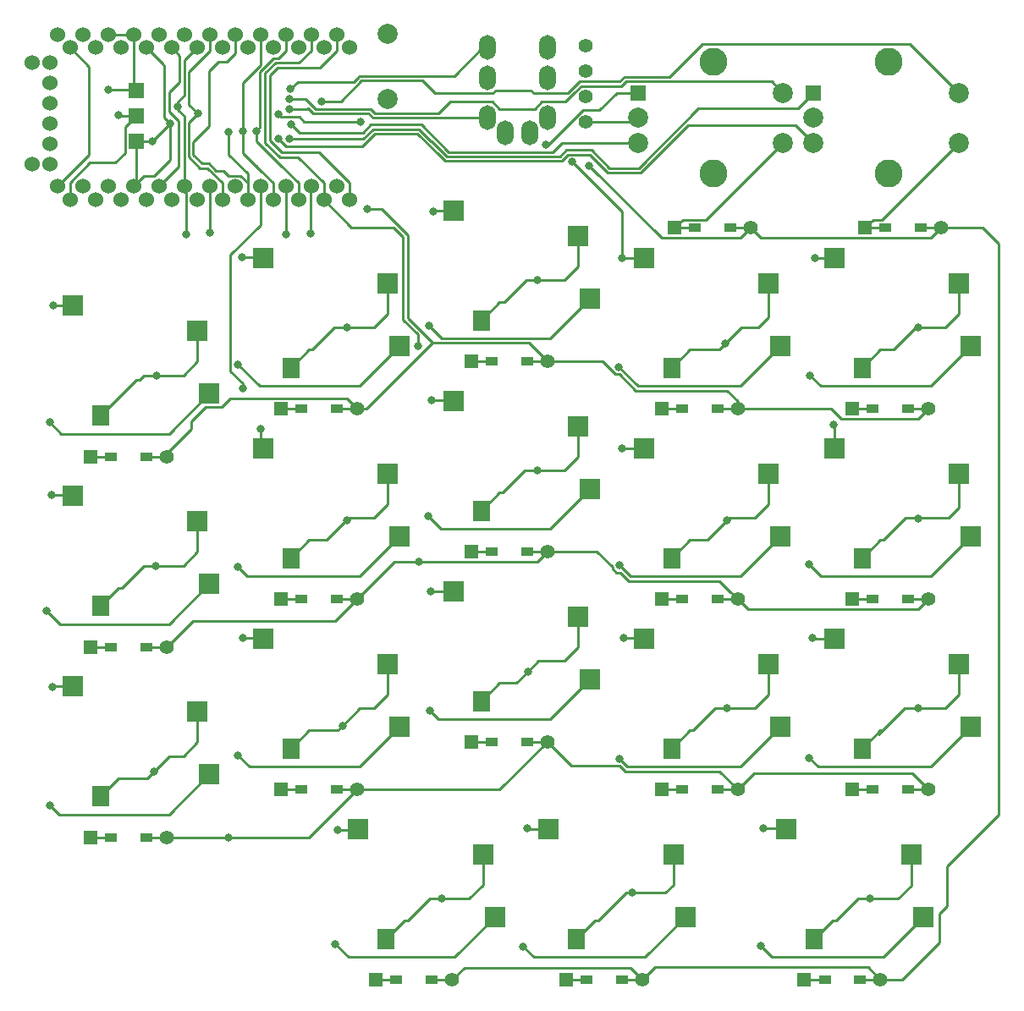
<source format=gtl>
G04 #@! TF.GenerationSoftware,KiCad,Pcbnew,(5.1.6-0-10_14)*
G04 #@! TF.CreationDate,2022-08-07T23:17:33+09:00*
G04 #@! TF.ProjectId,cool536,636f6f6c-3533-4362-9e6b-696361645f70,rev?*
G04 #@! TF.SameCoordinates,Original*
G04 #@! TF.FileFunction,Copper,L1,Top*
G04 #@! TF.FilePolarity,Positive*
%FSLAX46Y46*%
G04 Gerber Fmt 4.6, Leading zero omitted, Abs format (unit mm)*
G04 Created by KiCad (PCBNEW (5.1.6-0-10_14)) date 2022-08-07 23:17:33*
%MOMM*%
%LPD*%
G01*
G04 APERTURE LIST*
G04 #@! TA.AperFunction,WasherPad*
%ADD10C,1.524000*%
G04 #@! TD*
G04 #@! TA.AperFunction,SMDPad,CuDef*
%ADD11R,2.000000X2.000000*%
G04 #@! TD*
G04 #@! TA.AperFunction,SMDPad,CuDef*
%ADD12R,1.800000X2.000000*%
G04 #@! TD*
G04 #@! TA.AperFunction,ComponentPad*
%ADD13C,2.000000*%
G04 #@! TD*
G04 #@! TA.AperFunction,ComponentPad*
%ADD14C,1.397000*%
G04 #@! TD*
G04 #@! TA.AperFunction,ComponentPad*
%ADD15R,1.397000X1.397000*%
G04 #@! TD*
G04 #@! TA.AperFunction,SMDPad,CuDef*
%ADD16R,1.300000X0.950000*%
G04 #@! TD*
G04 #@! TA.AperFunction,ComponentPad*
%ADD17O,1.700000X2.500000*%
G04 #@! TD*
G04 #@! TA.AperFunction,ComponentPad*
%ADD18R,1.500000X1.500000*%
G04 #@! TD*
G04 #@! TA.AperFunction,ComponentPad*
%ADD19C,2.800000*%
G04 #@! TD*
G04 #@! TA.AperFunction,SMDPad,CuDef*
%ADD20R,1.524000X1.524000*%
G04 #@! TD*
G04 #@! TA.AperFunction,ComponentPad*
%ADD21C,1.524000*%
G04 #@! TD*
G04 #@! TA.AperFunction,ViaPad*
%ADD22C,0.800000*%
G04 #@! TD*
G04 #@! TA.AperFunction,Conductor*
%ADD23C,0.250000*%
G04 #@! TD*
G04 APERTURE END LIST*
D10*
X39906800Y-38910000D03*
X39906800Y-49070000D03*
X41710000Y-38910000D03*
X41710000Y-40942000D03*
X41710000Y-42974000D03*
X41710000Y-45006000D03*
X41710000Y-47038000D03*
X41710000Y-49070000D03*
D11*
X95750000Y-100570000D03*
D12*
X84850000Y-102770000D03*
D11*
X94550000Y-94330000D03*
X82050000Y-91790000D03*
X43950000Y-82265000D03*
X56450000Y-84805000D03*
D12*
X46750000Y-93245000D03*
D11*
X57650000Y-91045000D03*
X76700000Y-86282500D03*
D12*
X65800000Y-88482500D03*
D11*
X75500000Y-80042500D03*
X63000000Y-77502500D03*
D13*
X75460000Y-36040000D03*
X75460000Y-42540000D03*
D14*
X72410000Y-73532499D03*
D15*
X64790000Y-73532499D03*
D16*
X66825000Y-73532499D03*
X70375000Y-73532499D03*
D17*
X87250000Y-45870000D03*
X91450000Y-44370000D03*
X91450000Y-40370000D03*
X91450000Y-37370000D03*
X85500000Y-40370000D03*
X85500000Y-37370000D03*
X89700000Y-45870000D03*
X85500000Y-44370000D03*
D11*
X114800000Y-86282500D03*
D12*
X103900000Y-88482500D03*
D11*
X113600000Y-80042500D03*
X101100000Y-77502500D03*
X91575000Y-115602500D03*
X104075000Y-118142500D03*
D12*
X94375000Y-126582500D03*
D11*
X105275000Y-124382500D03*
X72525000Y-115602500D03*
X85025000Y-118142500D03*
D12*
X75325000Y-126582500D03*
D11*
X86225000Y-124382500D03*
X133850000Y-105332500D03*
D12*
X122950000Y-107532500D03*
D11*
X132650000Y-99092500D03*
X120150000Y-96552500D03*
X133850000Y-67232499D03*
D12*
X122950000Y-69432499D03*
D11*
X132650000Y-60992499D03*
X120150000Y-58452499D03*
X63000000Y-96552500D03*
X75500000Y-99092500D03*
D12*
X65800000Y-107532500D03*
D11*
X76700000Y-105332500D03*
X114800000Y-105332500D03*
D12*
X103900000Y-107532500D03*
D11*
X113600000Y-99092500D03*
X101100000Y-96552500D03*
X133850000Y-86282500D03*
D12*
X122950000Y-88482500D03*
D11*
X132650000Y-80042500D03*
X120150000Y-77502500D03*
X57650000Y-110095000D03*
D12*
X46750000Y-112295000D03*
D11*
X56450000Y-103855000D03*
X43950000Y-101315000D03*
X95750000Y-81520000D03*
D12*
X84850000Y-83720000D03*
D11*
X94550000Y-75280000D03*
X82050000Y-72740000D03*
D14*
X110510000Y-92582500D03*
D15*
X102890000Y-92582500D03*
D16*
X104925000Y-92582500D03*
X108475000Y-92582500D03*
D14*
X129560000Y-92582500D03*
D15*
X121940000Y-92582500D03*
D16*
X123975000Y-92582500D03*
X127525000Y-92582500D03*
D14*
X100985000Y-130682500D03*
D15*
X93365000Y-130682500D03*
D16*
X95400000Y-130682500D03*
X98950000Y-130682500D03*
D14*
X124798000Y-130682500D03*
D15*
X117178000Y-130682500D03*
D16*
X119213000Y-130682500D03*
X122763000Y-130682500D03*
X109795000Y-55420000D03*
D14*
X111830000Y-55420000D03*
D15*
X104210000Y-55420000D03*
D16*
X106245000Y-55420000D03*
X128835000Y-55400000D03*
D14*
X130870000Y-55400000D03*
D15*
X123250000Y-55400000D03*
D16*
X125285000Y-55400000D03*
D18*
X118090000Y-41910000D03*
D13*
X118090000Y-44410000D03*
X118090000Y-46910000D03*
D19*
X125590000Y-38810000D03*
X125590000Y-50010000D03*
D13*
X132590000Y-41910000D03*
X132590000Y-46910000D03*
D18*
X100560000Y-41910000D03*
D13*
X100560000Y-44410000D03*
X100560000Y-46910000D03*
D19*
X108060000Y-38810000D03*
X108060000Y-50010000D03*
D13*
X115060000Y-41910000D03*
X115060000Y-46910000D03*
D14*
X53360000Y-116395000D03*
D15*
X45740000Y-116395000D03*
D16*
X47775000Y-116395000D03*
X51325000Y-116395000D03*
D20*
X50310000Y-41650000D03*
X50310000Y-44190000D03*
X50310000Y-46730000D03*
D14*
X91460000Y-68770000D03*
D15*
X83840000Y-68770000D03*
D16*
X85875000Y-68770000D03*
X89425000Y-68770000D03*
D14*
X110510000Y-73532499D03*
D15*
X102890000Y-73532499D03*
D16*
X104925000Y-73532499D03*
X108475000Y-73532499D03*
D14*
X53360000Y-97345000D03*
D15*
X45740000Y-97345000D03*
D16*
X47775000Y-97345000D03*
X51325000Y-97345000D03*
D14*
X129560000Y-73532499D03*
D15*
X121940000Y-73532499D03*
D16*
X123975000Y-73532499D03*
X127525000Y-73532499D03*
D14*
X91460000Y-87820000D03*
D15*
X83840000Y-87820000D03*
D16*
X85875000Y-87820000D03*
X89425000Y-87820000D03*
D14*
X72410000Y-92582500D03*
D15*
X64790000Y-92582500D03*
D16*
X66825000Y-92582500D03*
X70375000Y-92582500D03*
D14*
X72410000Y-111632500D03*
D15*
X64790000Y-111632500D03*
D16*
X66825000Y-111632500D03*
X70375000Y-111632500D03*
D14*
X91460000Y-106870000D03*
D15*
X83840000Y-106870000D03*
D16*
X85875000Y-106870000D03*
X89425000Y-106870000D03*
D14*
X110510000Y-111632500D03*
D15*
X102890000Y-111632500D03*
D16*
X104925000Y-111632500D03*
X108475000Y-111632500D03*
D14*
X129560000Y-111632500D03*
D15*
X121940000Y-111632500D03*
D16*
X123975000Y-111632500D03*
X127525000Y-111632500D03*
D14*
X81935000Y-130682500D03*
D15*
X74315000Y-130682500D03*
D16*
X76350000Y-130682500D03*
X79900000Y-130682500D03*
D14*
X95330000Y-44820000D03*
X95330000Y-42280000D03*
X95330000Y-39740000D03*
X95330000Y-37200000D03*
D21*
X43692000Y-37360000D03*
X46232000Y-37360000D03*
X48772000Y-37360000D03*
X51312000Y-37360000D03*
X53852000Y-37360000D03*
X56392000Y-37360000D03*
X58932000Y-37360000D03*
X61472000Y-37360000D03*
X64012000Y-37360000D03*
X66552000Y-37360000D03*
X69092000Y-37360000D03*
X71632000Y-37360000D03*
X71632000Y-52600000D03*
X69092000Y-52600000D03*
X66552000Y-52600000D03*
X64012000Y-52600000D03*
X61472000Y-52600000D03*
X58932000Y-52600000D03*
X56392000Y-52600000D03*
X53852000Y-52600000D03*
X51312000Y-52600000D03*
X48772000Y-52600000D03*
X46232000Y-52600000D03*
X43692000Y-52600000D03*
X42422000Y-36053600D03*
X44962000Y-36053600D03*
X47502000Y-36053600D03*
X50042000Y-36053600D03*
X52582000Y-36053600D03*
X55122000Y-36053600D03*
X57662000Y-36053600D03*
X60202000Y-36053600D03*
X62742000Y-36053600D03*
X65282000Y-36053600D03*
X67822000Y-36053600D03*
X70362000Y-36053600D03*
X70362000Y-51273600D03*
X67822000Y-51273600D03*
X65282000Y-51273600D03*
X62742000Y-51273600D03*
X60202000Y-51273600D03*
X57662000Y-51273600D03*
X55122000Y-51273600D03*
X52582000Y-51273600D03*
X50042000Y-51273600D03*
X47502000Y-51273600D03*
X44962000Y-51273600D03*
X42422000Y-51273600D03*
D14*
X53360000Y-78295000D03*
D15*
X45740000Y-78295000D03*
D16*
X47775000Y-78295000D03*
X51325000Y-78295000D03*
D11*
X129088000Y-124382500D03*
D12*
X118188000Y-126582500D03*
D11*
X127888000Y-118142500D03*
X115388000Y-115602500D03*
X63000000Y-58452499D03*
X75500000Y-60992499D03*
D12*
X65800000Y-69432499D03*
D11*
X76700000Y-67232499D03*
X82050000Y-53690000D03*
X94550000Y-56230000D03*
D12*
X84850000Y-64670000D03*
D11*
X95750000Y-62470000D03*
X101100000Y-58452499D03*
X113600000Y-60992499D03*
D12*
X103900000Y-69432499D03*
D11*
X114800000Y-67232499D03*
X43950000Y-63215000D03*
X56450000Y-65755000D03*
D12*
X46750000Y-74195000D03*
D11*
X57650000Y-71995000D03*
D22*
X52350001Y-70169999D03*
X71387498Y-65407498D03*
X90475001Y-60644999D03*
X109240000Y-67020000D03*
X128577498Y-65407498D03*
X52309999Y-89219999D03*
X71400000Y-84650000D03*
X90474999Y-79694999D03*
X109425000Y-84695000D03*
X128550000Y-84490000D03*
X52101999Y-109841999D03*
X70995749Y-105235749D03*
X89515000Y-99815000D03*
X109467499Y-103507499D03*
X128527499Y-103507499D03*
X80917499Y-122557499D03*
X99987501Y-121957501D03*
X123767499Y-122557499D03*
X73450000Y-53534990D03*
X78643501Y-88843501D03*
X78500000Y-67200000D03*
X60970000Y-71460000D03*
X59525000Y-116395000D03*
X95667158Y-49202842D03*
X53700000Y-44970000D03*
X65700102Y-43535359D03*
X51940000Y-46730000D03*
X47520000Y-41600000D03*
X65745552Y-41536497D03*
X48600000Y-44170000D03*
X64520000Y-44020000D03*
X72770000Y-44780000D03*
X91280000Y-47094980D03*
X56490000Y-43990000D03*
X65835858Y-45054142D03*
X59590000Y-45800000D03*
X54470000Y-43266990D03*
X41940000Y-101330000D03*
X41700000Y-74880000D03*
X55300000Y-56060000D03*
X41390000Y-93730000D03*
X41900000Y-82150000D03*
X65697833Y-42535360D03*
X42000000Y-63210000D03*
X41730000Y-113190000D03*
X65630000Y-46540000D03*
X60990000Y-45695000D03*
X64520000Y-46500000D03*
X62380000Y-45695000D03*
X68910000Y-42780000D03*
X60510000Y-89360000D03*
X60980000Y-96430000D03*
X60950000Y-58380000D03*
X60510000Y-108180000D03*
X57710000Y-55885010D03*
X60490000Y-69080000D03*
X62780000Y-75530000D03*
X70220000Y-127080000D03*
X79550000Y-84250000D03*
X79810000Y-91790000D03*
X79700000Y-103740000D03*
X65280000Y-56100000D03*
X80070000Y-53740000D03*
X70450000Y-115660000D03*
X79610000Y-65240000D03*
X79910000Y-72670000D03*
X117750000Y-70210000D03*
X67790000Y-55960000D03*
X117620000Y-89120000D03*
X113070000Y-115480000D03*
X112830000Y-127280000D03*
X117670000Y-108450000D03*
X118262499Y-58452499D03*
X117960000Y-96450000D03*
X120140000Y-75100000D03*
X93905000Y-48815000D03*
X89470000Y-115510000D03*
X99100000Y-96470000D03*
X98710000Y-89200000D03*
X98952500Y-77502500D03*
X98640000Y-108520000D03*
X98900000Y-58420000D03*
X98590000Y-69330000D03*
X89050000Y-127360000D03*
D23*
X47775000Y-78295000D02*
X45740000Y-78295000D01*
X50666001Y-70620001D02*
X50324999Y-70620001D01*
X56450000Y-68782002D02*
X55062003Y-70169999D01*
X51116003Y-70169999D02*
X50666001Y-70620001D01*
X56450000Y-65755000D02*
X56450000Y-68782002D01*
X50324999Y-70620001D02*
X46750000Y-74195000D01*
X52350001Y-70169999D02*
X51116003Y-70169999D01*
X55062003Y-70169999D02*
X52350001Y-70169999D01*
X66825000Y-73532499D02*
X64790000Y-73532499D01*
X70166003Y-65407498D02*
X67966003Y-67607498D01*
X67625001Y-67607498D02*
X65800000Y-69432499D01*
X67966003Y-67607498D02*
X67625001Y-67607498D01*
X71387498Y-65407498D02*
X70166003Y-65407498D01*
X74112003Y-65407498D02*
X71387498Y-65407498D01*
X75500000Y-64019501D02*
X74112003Y-65407498D01*
X75500000Y-60992499D02*
X75500000Y-64019501D01*
X89355001Y-60644999D02*
X87155001Y-62844999D01*
X94550000Y-59257002D02*
X93162003Y-60644999D01*
X85875000Y-68770000D02*
X83840000Y-68770000D01*
X86675001Y-62844999D02*
X84850000Y-64670000D01*
X87155001Y-62844999D02*
X86675001Y-62844999D01*
X94550000Y-56230000D02*
X94550000Y-59257002D01*
X93162003Y-60644999D02*
X90475001Y-60644999D01*
X90475001Y-60644999D02*
X89355001Y-60644999D01*
X104925000Y-73532499D02*
X102890000Y-73532499D01*
X109240000Y-67020000D02*
X108652502Y-67607498D01*
X110852502Y-65407498D02*
X109240000Y-67020000D01*
X112576001Y-65407498D02*
X110852502Y-65407498D01*
X105725001Y-67607498D02*
X103900000Y-69432499D01*
X113600000Y-60992499D02*
X113600000Y-64383499D01*
X113600000Y-64383499D02*
X112576001Y-65407498D01*
X108652502Y-67607498D02*
X105725001Y-67607498D01*
X131262003Y-65407498D02*
X128577498Y-65407498D01*
X128577498Y-65407498D02*
X128272502Y-65407498D01*
X123975000Y-73532499D02*
X121940000Y-73532499D01*
X132650000Y-64019501D02*
X131262003Y-65407498D01*
X128272502Y-65407498D02*
X126072502Y-67607498D01*
X124775001Y-67607498D02*
X122950000Y-69432499D01*
X126072502Y-67607498D02*
X124775001Y-67607498D01*
X132650000Y-60992499D02*
X132650000Y-64019501D01*
X47775000Y-97345000D02*
X45740000Y-97345000D01*
X55062003Y-89219999D02*
X52309999Y-89219999D01*
X52309999Y-89219999D02*
X51116003Y-89219999D01*
X48916003Y-91419999D02*
X48575001Y-91419999D01*
X56450000Y-84805000D02*
X56450000Y-87832002D01*
X48575001Y-91419999D02*
X46750000Y-93245000D01*
X56450000Y-87832002D02*
X55062003Y-89219999D01*
X51116003Y-89219999D02*
X48916003Y-91419999D01*
X74112003Y-84457499D02*
X71582501Y-84457499D01*
X67625001Y-86657499D02*
X65800000Y-88482500D01*
X75500000Y-80042500D02*
X75500000Y-83069502D01*
X71582501Y-84457499D02*
X69382501Y-86657499D01*
X75500000Y-83069502D02*
X74112003Y-84457499D01*
X69382501Y-86657499D02*
X67625001Y-86657499D01*
X66825000Y-92582500D02*
X64790000Y-92582500D01*
X85875000Y-87820000D02*
X83840000Y-87820000D01*
X90474999Y-79694999D02*
X89216003Y-79694999D01*
X93162003Y-79694999D02*
X90474999Y-79694999D01*
X94550000Y-75280000D02*
X94550000Y-78307002D01*
X89216003Y-79694999D02*
X87016003Y-81894999D01*
X86675001Y-81894999D02*
X84850000Y-83720000D01*
X87016003Y-81894999D02*
X86675001Y-81894999D01*
X94550000Y-78307002D02*
X93162003Y-79694999D01*
X109425000Y-84695000D02*
X107462501Y-86657499D01*
X109662501Y-84457499D02*
X109425000Y-84695000D01*
X107462501Y-86657499D02*
X105725001Y-86657499D01*
X112212003Y-84457499D02*
X109662501Y-84457499D01*
X113600000Y-80042500D02*
X113600000Y-83069502D01*
X105725001Y-86657499D02*
X103900000Y-88482500D01*
X113600000Y-83069502D02*
X112212003Y-84457499D01*
X104925000Y-92582500D02*
X102890000Y-92582500D01*
X131626001Y-84457499D02*
X127316003Y-84457499D01*
X125116003Y-86657499D02*
X124775001Y-86657499D01*
X124775001Y-86657499D02*
X122950000Y-88482500D01*
X132650000Y-83433500D02*
X131626001Y-84457499D01*
X127316003Y-84457499D02*
X125116003Y-86657499D01*
X132650000Y-80042500D02*
X132650000Y-83433500D01*
X121940000Y-92582500D02*
X123975000Y-92582500D01*
X51473999Y-110469999D02*
X48575001Y-110469999D01*
X55062003Y-108269999D02*
X53673999Y-108269999D01*
X48575001Y-110469999D02*
X46750000Y-112295000D01*
X56450000Y-106882002D02*
X55062003Y-108269999D01*
X56450000Y-103855000D02*
X56450000Y-106882002D01*
X52101999Y-109841999D02*
X51473999Y-110469999D01*
X53673999Y-108269999D02*
X52101999Y-109841999D01*
X45740000Y-116395000D02*
X47775000Y-116395000D01*
X66825000Y-111632500D02*
X64790000Y-111632500D01*
X75500000Y-99092500D02*
X75500000Y-102119502D01*
X74112003Y-103507499D02*
X72723999Y-103507499D01*
X67625001Y-105707499D02*
X65800000Y-107532500D01*
X70523999Y-105707499D02*
X67625001Y-105707499D01*
X75500000Y-102119502D02*
X74112003Y-103507499D01*
X72723999Y-103507499D02*
X70995749Y-105235749D01*
X70995749Y-105235749D02*
X70523999Y-105707499D01*
X90585001Y-98744999D02*
X89515000Y-99815000D01*
X89515000Y-99815000D02*
X88385001Y-100944999D01*
X86675001Y-100944999D02*
X84850000Y-102770000D01*
X88385001Y-100944999D02*
X86675001Y-100944999D01*
X94550000Y-94330000D02*
X94550000Y-97357002D01*
X93162003Y-98744999D02*
X90585001Y-98744999D01*
X85875000Y-106870000D02*
X83840000Y-106870000D01*
X94550000Y-97357002D02*
X93162003Y-98744999D01*
X109467499Y-103507499D02*
X108266003Y-103507499D01*
X112212003Y-103507499D02*
X109467499Y-103507499D01*
X104925000Y-111632500D02*
X102890000Y-111632500D01*
X113600000Y-99092500D02*
X113600000Y-102119502D01*
X106066003Y-105707499D02*
X105725001Y-105707499D01*
X108266003Y-103507499D02*
X106066003Y-105707499D01*
X113600000Y-102119502D02*
X112212003Y-103507499D01*
X105725001Y-105707499D02*
X103900000Y-107532500D01*
X131262003Y-103507499D02*
X128527499Y-103507499D01*
X128527499Y-103507499D02*
X127202501Y-103507499D01*
X123975000Y-111632500D02*
X121940000Y-111632500D01*
X124775001Y-105707499D02*
X125002501Y-105707499D01*
X125002501Y-105707499D02*
X127202501Y-103507499D01*
X122950000Y-107532500D02*
X124775001Y-105707499D01*
X132650000Y-99092500D02*
X132650000Y-102119502D01*
X132650000Y-102119502D02*
X131262003Y-103507499D01*
X127202501Y-103507499D02*
X124590000Y-106120000D01*
X80917499Y-122557499D02*
X79691003Y-122557499D01*
X83637003Y-122557499D02*
X80917499Y-122557499D01*
X76350000Y-130682500D02*
X74315000Y-130682500D01*
X85025000Y-121169502D02*
X83637003Y-122557499D01*
X77491003Y-124757499D02*
X77150001Y-124757499D01*
X85025000Y-118142500D02*
X85025000Y-121169502D01*
X77150001Y-124757499D02*
X75325000Y-126582500D01*
X79691003Y-122557499D02*
X77491003Y-124757499D01*
X95400000Y-130682500D02*
X93365000Y-130682500D01*
X103287001Y-121957501D02*
X99987501Y-121957501D01*
X99987501Y-121957501D02*
X99341001Y-121957501D01*
X96200001Y-124757499D02*
X94375000Y-126582500D01*
X104075000Y-118142500D02*
X104075000Y-121169502D01*
X104075000Y-121169502D02*
X103287001Y-121957501D01*
X99341001Y-121957501D02*
X96541003Y-124757499D01*
X96541003Y-124757499D02*
X96200001Y-124757499D01*
X126572501Y-122557499D02*
X123767499Y-122557499D01*
X123767499Y-122557499D02*
X122554003Y-122557499D01*
X119213000Y-130682500D02*
X117178000Y-130682500D01*
X120013001Y-124757499D02*
X118188000Y-126582500D01*
X127888000Y-118142500D02*
X127888000Y-121242000D01*
X122554003Y-122557499D02*
X120354003Y-124757499D01*
X120354003Y-124757499D02*
X120013001Y-124757499D01*
X127888000Y-121242000D02*
X126572501Y-122557499D01*
X105010001Y-54619999D02*
X106579999Y-54619999D01*
X115060000Y-46910000D02*
X107350001Y-54619999D01*
X107350001Y-54619999D02*
X106579999Y-54619999D01*
X104210000Y-55420000D02*
X106245000Y-55420000D01*
X104210000Y-55420000D02*
X105010001Y-54619999D01*
X124050001Y-54599999D02*
X124660001Y-54599999D01*
X132590000Y-46910000D02*
X124900001Y-54599999D01*
X124900001Y-54599999D02*
X124660001Y-54599999D01*
X123250000Y-55400000D02*
X124050001Y-54599999D01*
X125285000Y-55400000D02*
X123250000Y-55400000D01*
X51325000Y-78295000D02*
X53360000Y-78295000D01*
X64879962Y-47889962D02*
X68587124Y-47889962D01*
X70362000Y-36053600D02*
X70362000Y-37698762D01*
X64462979Y-39347021D02*
X63690000Y-40120000D01*
X68713742Y-39347020D02*
X64462979Y-39347021D01*
X68587124Y-47889962D02*
X71632000Y-50934838D01*
X70362000Y-37698762D02*
X68713742Y-39347020D01*
X63690000Y-40120000D02*
X63690000Y-46700000D01*
X71632000Y-50934838D02*
X71632000Y-52600000D01*
X63690000Y-46700000D02*
X64879962Y-47889962D01*
X73397828Y-73532499D02*
X79985316Y-66945011D01*
X72410000Y-73532499D02*
X73397828Y-73532499D01*
X91460000Y-68770000D02*
X89425000Y-68770000D01*
X129560000Y-73532499D02*
X127525000Y-73532499D01*
X75235000Y-53885000D02*
X77490000Y-56140000D01*
X74957347Y-53607347D02*
X75235000Y-53885000D01*
X74884990Y-53534990D02*
X75235000Y-53885000D01*
X73450000Y-53534990D02*
X74884990Y-53534990D01*
X110510000Y-73532499D02*
X108475000Y-73532499D01*
X79985316Y-66945011D02*
X89635011Y-66945011D01*
X89635011Y-66945011D02*
X91460000Y-68770000D01*
X74957347Y-53607347D02*
X74957347Y-53577347D01*
X110510000Y-73532499D02*
X110510000Y-72780000D01*
X97750000Y-69530000D02*
X97750000Y-69563002D01*
X100331099Y-71707509D02*
X98678591Y-70055001D01*
X97750000Y-69563002D02*
X98241999Y-70055001D01*
X96990000Y-68770000D02*
X91460000Y-68770000D01*
X110510000Y-72780000D02*
X109437510Y-71707510D01*
X97750000Y-69530000D02*
X96990000Y-68770000D01*
X98241999Y-70055001D02*
X98678591Y-70055001D01*
X72410000Y-73532499D02*
X70375000Y-73532499D01*
X109437510Y-71707510D02*
X100331099Y-71707509D01*
X77490000Y-56140000D02*
X77490000Y-64449695D01*
X77490000Y-64449695D02*
X79985316Y-66945011D01*
X120891002Y-74556000D02*
X128536499Y-74556000D01*
X128536499Y-74556000D02*
X129560000Y-73532499D01*
X119867501Y-73532499D02*
X120891002Y-74556000D01*
X110510000Y-73532499D02*
X119867501Y-73532499D01*
X58903588Y-73326414D02*
X59721004Y-72508998D01*
X57273586Y-73326414D02*
X58903588Y-73326414D01*
X55810000Y-74790000D02*
X57273586Y-73326414D01*
X55810000Y-75560000D02*
X55810000Y-74790000D01*
X71386499Y-72508998D02*
X72410000Y-73532499D01*
X59721004Y-72508998D02*
X71386499Y-72508998D01*
X53360000Y-78010000D02*
X55810000Y-75560000D01*
X53360000Y-78295000D02*
X53360000Y-78010000D01*
X129560000Y-92582500D02*
X128536499Y-93606001D01*
X128536499Y-93606001D02*
X111533501Y-93606001D01*
X72410000Y-92582500D02*
X76148999Y-88843501D01*
X90436499Y-88843501D02*
X91460000Y-87820000D01*
X111533501Y-93606001D02*
X110510000Y-92582500D01*
X67822000Y-37698762D02*
X66623751Y-38897011D01*
X78500000Y-66096105D02*
X78500000Y-67200000D01*
X71852000Y-55360000D02*
X76073590Y-55360000D01*
X76073590Y-55360000D02*
X77039990Y-56326400D01*
X76148999Y-88843501D02*
X78643501Y-88843501D01*
X78643501Y-88843501D02*
X90436499Y-88843501D01*
X77039991Y-64636096D02*
X78500000Y-66096105D01*
X127525000Y-92582500D02*
X129560000Y-92582500D01*
X69092000Y-52600000D02*
X71852000Y-55360000D01*
X63239990Y-46889990D02*
X64689971Y-48339971D01*
X63239990Y-39933600D02*
X63239990Y-46889990D01*
X64276578Y-38897012D02*
X63239990Y-39933600D01*
X67822000Y-36053600D02*
X67822000Y-37698762D01*
X66623751Y-38897011D02*
X64276578Y-38897012D01*
X98361999Y-89925001D02*
X98798591Y-89925001D01*
X109720000Y-91792500D02*
X110510000Y-92582500D01*
X96434999Y-87820000D02*
X97984999Y-89370000D01*
X91460000Y-87820000D02*
X96434999Y-87820000D01*
X98798591Y-89925001D02*
X99631101Y-90757511D01*
X66497133Y-48339971D02*
X69092000Y-50934838D01*
X97984999Y-89370000D02*
X97984999Y-89548001D01*
X89425000Y-87820000D02*
X91460000Y-87820000D01*
X97984999Y-89548001D02*
X98361999Y-89925001D01*
X72410000Y-92582500D02*
X70375000Y-92582500D01*
X77039990Y-56326400D02*
X77039991Y-64636096D01*
X53360000Y-97345000D02*
X51325000Y-97345000D01*
X110510000Y-92582500D02*
X108475000Y-92582500D01*
X55977501Y-94727499D02*
X70265001Y-94727499D01*
X53360000Y-97345000D02*
X55977501Y-94727499D01*
X70265001Y-94727499D02*
X72410000Y-92582500D01*
X69092000Y-50934838D02*
X69092000Y-52600000D01*
X109720000Y-91792500D02*
X109712500Y-91792500D01*
X99631101Y-90757511D02*
X108677511Y-90757511D01*
X64689971Y-48339971D02*
X66497133Y-48339971D01*
X109712500Y-91792500D02*
X108677511Y-90757511D01*
X72410000Y-111632500D02*
X86697500Y-111632500D01*
X86697500Y-111632500D02*
X91460000Y-106870000D01*
X91460000Y-106870000D02*
X89425000Y-106870000D01*
X67647500Y-116395000D02*
X72410000Y-111632500D01*
X72410000Y-111632500D02*
X70375000Y-111632500D01*
X110510000Y-111632500D02*
X108685011Y-109807511D01*
X108685011Y-109807511D02*
X99247511Y-109807511D01*
X99247511Y-109807511D02*
X98685001Y-109245001D01*
X93835001Y-109245001D02*
X91460000Y-106870000D01*
X98685001Y-109245001D02*
X93835001Y-109245001D01*
X59764999Y-69764999D02*
X60970000Y-70970000D01*
X60970000Y-70970000D02*
X60970000Y-71460000D01*
X59764999Y-58125001D02*
X59764999Y-69764999D01*
X53360000Y-116395000D02*
X59525000Y-116395000D01*
X62742000Y-55148000D02*
X59764999Y-58125001D01*
X59525000Y-116395000D02*
X67647500Y-116395000D01*
X129560000Y-111632500D02*
X127525000Y-111632500D01*
X51325000Y-116395000D02*
X53360000Y-116395000D01*
X110510000Y-111632500D02*
X108475000Y-111632500D01*
X112112500Y-110030000D02*
X127957500Y-110030000D01*
X127957500Y-110030000D02*
X129560000Y-111632500D01*
X110510000Y-111632500D02*
X112112500Y-110030000D01*
X62742000Y-51273600D02*
X62742000Y-55148000D01*
X124798000Y-130682500D02*
X126922500Y-130682500D01*
X136610000Y-57030000D02*
X134980000Y-55400000D01*
X134980000Y-55400000D02*
X130870000Y-55400000D01*
X136610000Y-114160000D02*
X136610000Y-57030000D01*
X126922500Y-130682500D02*
X126922500Y-130637500D01*
X131470000Y-119300000D02*
X136610000Y-114160000D01*
X129846499Y-56423501D02*
X130870000Y-55400000D01*
X112833501Y-56423501D02*
X129846499Y-56423501D01*
X111830000Y-55420000D02*
X112833501Y-56423501D01*
X124798000Y-130682500D02*
X122763000Y-130682500D01*
X123535500Y-129420000D02*
X102247500Y-129420000D01*
X102247500Y-129420000D02*
X100985000Y-130682500D01*
X100985000Y-130682500D02*
X98950000Y-130682500D01*
X95667158Y-49202842D02*
X102907816Y-56443501D01*
X124798000Y-130682500D02*
X123535500Y-129420000D01*
X81935000Y-130682500D02*
X79900000Y-130682500D01*
X110806499Y-56443501D02*
X111830000Y-55420000D01*
X100985000Y-130682500D02*
X99752500Y-129450000D01*
X99752500Y-129450000D02*
X83167500Y-129450000D01*
X102907816Y-56443501D02*
X110806499Y-56443501D01*
X83167500Y-129450000D02*
X81935000Y-130682500D01*
X109795000Y-55420000D02*
X111830000Y-55420000D01*
X130710000Y-55400000D02*
X128835000Y-55400000D01*
X130870000Y-55400000D02*
X130710000Y-55400000D01*
X130670000Y-126890000D02*
X130670000Y-124090000D01*
X126922500Y-130637500D02*
X130670000Y-126890000D01*
X130670000Y-124090000D02*
X131470000Y-123290000D01*
X131470000Y-123290000D02*
X131470000Y-119300000D01*
X65700102Y-43535359D02*
X67384641Y-43535359D01*
X67384641Y-43535359D02*
X67490000Y-43430000D01*
X67533590Y-43430000D02*
X68071614Y-43968024D01*
X67490000Y-43430000D02*
X67533590Y-43430000D01*
X85460000Y-44410000D02*
X85500000Y-44370000D01*
X68071614Y-43968024D02*
X73568024Y-43968024D01*
X73568024Y-43968024D02*
X74010000Y-44410000D01*
X74010000Y-44410000D02*
X85460000Y-44410000D01*
X53698000Y-44968000D02*
X53700000Y-44970000D01*
X53011000Y-39059000D02*
X51312000Y-37360000D01*
X53149990Y-44419990D02*
X53149990Y-39197990D01*
X53149990Y-39197990D02*
X53011000Y-39059000D01*
X53700000Y-44970000D02*
X53149990Y-44419990D01*
X53700000Y-44970000D02*
X53700000Y-48630000D01*
X52143401Y-50186599D02*
X51129001Y-50186599D01*
X51129001Y-50186599D02*
X50042000Y-51273600D01*
X53700000Y-48630000D02*
X52143401Y-50186599D01*
X50310000Y-51005600D02*
X50042000Y-51273600D01*
X50310000Y-46730000D02*
X50310000Y-51005600D01*
X51940000Y-46730000D02*
X53700000Y-44970000D01*
X50310000Y-46730000D02*
X51940000Y-46730000D01*
X95330000Y-44820000D02*
X100150000Y-44820000D01*
X100150000Y-44820000D02*
X100560000Y-44410000D01*
X47502000Y-36053600D02*
X50042000Y-36053600D01*
X50042000Y-41382000D02*
X50042000Y-36053600D01*
X50310000Y-41650000D02*
X50042000Y-41382000D01*
X50260000Y-41600000D02*
X50310000Y-41650000D01*
X47520000Y-41600000D02*
X50260000Y-41600000D01*
X82130010Y-40229990D02*
X72640010Y-40229990D01*
X72580000Y-40290000D02*
X72070000Y-40800000D01*
X72640010Y-40229990D02*
X72580000Y-40290000D01*
X84990000Y-37370000D02*
X82130010Y-40229990D01*
X85500000Y-37370000D02*
X84990000Y-37370000D01*
X72070000Y-40800000D02*
X66482049Y-40800000D01*
X66482049Y-40800000D02*
X65745552Y-41536497D01*
X50310000Y-44190000D02*
X49222999Y-45277001D01*
X43692000Y-50934838D02*
X43692000Y-52600000D01*
X45719837Y-48907001D02*
X43692000Y-50934838D01*
X48222999Y-48902999D02*
X49222999Y-47902999D01*
X48222999Y-48907001D02*
X48222999Y-48902999D01*
X49222999Y-45277001D02*
X49222999Y-47902999D01*
X48222999Y-48907001D02*
X45719837Y-48907001D01*
X48620000Y-44190000D02*
X48600000Y-44170000D01*
X50310000Y-44190000D02*
X48620000Y-44190000D01*
X96680000Y-43630000D02*
X98400000Y-41910000D01*
X98400000Y-41910000D02*
X100560000Y-41910000D01*
X96310000Y-43630000D02*
X95050000Y-43630000D01*
X96310000Y-43630000D02*
X96680000Y-43630000D01*
X64829141Y-44329141D02*
X64520000Y-44020000D01*
X67110000Y-44780000D02*
X66659141Y-44329141D01*
X72770000Y-44780000D02*
X67110000Y-44780000D01*
X66659141Y-44329141D02*
X64829141Y-44329141D01*
X55572010Y-44907990D02*
X56490000Y-43990000D01*
X91550000Y-47130000D02*
X91315020Y-47130000D01*
X95050000Y-43630000D02*
X91550000Y-47130000D01*
X91315020Y-47130000D02*
X91280000Y-47094980D01*
X57417162Y-49420000D02*
X56690000Y-49420000D01*
X57662000Y-37698762D02*
X57662000Y-37182000D01*
X56690000Y-49420000D02*
X55572010Y-48302010D01*
X57662000Y-37182000D02*
X57662000Y-36053600D01*
X55572010Y-39788752D02*
X57662000Y-37698762D01*
X58932000Y-50934838D02*
X57417162Y-49420000D01*
X58932000Y-52600000D02*
X58932000Y-50934838D01*
X55572010Y-46107990D02*
X55572010Y-44907990D01*
X55572010Y-48302010D02*
X55572010Y-46107990D01*
X55572010Y-43072010D02*
X55572010Y-42767990D01*
X55572010Y-42767990D02*
X55572010Y-39788752D01*
X56490000Y-43990000D02*
X55572010Y-43072010D01*
X81589980Y-47819980D02*
X92000020Y-47819980D01*
X100560000Y-46910000D02*
X92910000Y-46910000D01*
X92910000Y-46910000D02*
X92000020Y-47819980D01*
X65835858Y-45054142D02*
X66681716Y-45900000D01*
X66681716Y-45900000D02*
X73000000Y-45900000D01*
X73000000Y-45900000D02*
X73820000Y-45080000D01*
X73820000Y-45080000D02*
X78850000Y-45080000D01*
X78850000Y-45080000D02*
X81589980Y-47819980D01*
X61472000Y-52600000D02*
X61472000Y-50012000D01*
X59590000Y-48130000D02*
X59590000Y-45800000D01*
X61472000Y-50012000D02*
X59590000Y-48130000D01*
X60202000Y-37698762D02*
X60202000Y-36053600D01*
X56022020Y-48082020D02*
X56022020Y-46857980D01*
X57603562Y-48969990D02*
X56909990Y-48969990D01*
X58323572Y-49690000D02*
X57603562Y-48969990D01*
X57640000Y-45240000D02*
X57640000Y-39700000D01*
X59370000Y-38760000D02*
X60202000Y-37928000D01*
X59086802Y-49690000D02*
X58323572Y-49690000D01*
X61472000Y-50934838D02*
X60723761Y-50186599D01*
X58580000Y-38760000D02*
X59370000Y-38760000D01*
X57640000Y-39700000D02*
X58580000Y-38760000D01*
X56909990Y-48969990D02*
X56022020Y-48082020D01*
X60723761Y-50186599D02*
X59583401Y-50186599D01*
X61472000Y-52600000D02*
X61472000Y-50934838D01*
X59583401Y-50186599D02*
X59086802Y-49690000D01*
X56022020Y-46857980D02*
X57640000Y-45240000D01*
X60202000Y-37928000D02*
X60202000Y-37698762D01*
X94217609Y-41877609D02*
X94110208Y-41985010D01*
X94877609Y-41217609D02*
X94217609Y-41877609D01*
X105016499Y-40763501D02*
X99333501Y-40763501D01*
X105273497Y-40763501D02*
X105016499Y-40763501D01*
X113913501Y-40763501D02*
X115060000Y-41910000D01*
X105016499Y-40763501D02*
X113913501Y-40763501D01*
X99333501Y-40763501D02*
X98879393Y-41217609D01*
X98879393Y-41217609D02*
X94877609Y-41217609D01*
X54510000Y-43230000D02*
X54510000Y-42760000D01*
X54510000Y-43230000D02*
X54506990Y-43230000D01*
X54510000Y-43590000D02*
X54510000Y-43230000D01*
X54506990Y-43230000D02*
X54470000Y-43266990D01*
X55122000Y-42148000D02*
X55122000Y-38630000D01*
X55122000Y-44202000D02*
X54510000Y-43590000D01*
X55122000Y-38630000D02*
X56392000Y-37360000D01*
X55122000Y-51273600D02*
X55122000Y-44202000D01*
X54510000Y-42760000D02*
X55122000Y-42148000D01*
X43950000Y-101315000D02*
X41955000Y-101315000D01*
X41955000Y-101315000D02*
X41940000Y-101330000D01*
X53624999Y-76020001D02*
X42840001Y-76020001D01*
X42840001Y-76020001D02*
X41700000Y-74880000D01*
X55300000Y-56060000D02*
X55300000Y-51451600D01*
X55300000Y-51451600D02*
X55122000Y-51273600D01*
X57650000Y-71995000D02*
X53624999Y-76020001D01*
X43950000Y-63215000D02*
X42005000Y-63215000D01*
X42005000Y-63215000D02*
X42000000Y-63210000D01*
X57650000Y-110095000D02*
X53624999Y-114120001D01*
X42730001Y-95070001D02*
X53624999Y-95070001D01*
X41390000Y-93730000D02*
X42730001Y-95070001D01*
X53624999Y-114120001D02*
X42660001Y-114120001D01*
X42660001Y-114120001D02*
X41730000Y-113190000D01*
X53624999Y-95070001D02*
X57650000Y-91045000D01*
X41900000Y-82150000D02*
X43835000Y-82150000D01*
X43835000Y-82150000D02*
X43950000Y-82265000D01*
X73754425Y-43518015D02*
X74196400Y-43959990D01*
X90895010Y-42794990D02*
X93300228Y-42794990D01*
X90194999Y-43495001D02*
X90895010Y-42794990D01*
X68258014Y-43518014D02*
X73754425Y-43518015D01*
X86686716Y-43495001D02*
X90194999Y-43495001D01*
X85986705Y-42794990D02*
X86686716Y-43495001D01*
X81744990Y-42794990D02*
X85986705Y-42794990D01*
X93300228Y-42794990D02*
X94217609Y-41877609D01*
X67275360Y-42535360D02*
X68258014Y-43518014D01*
X80579990Y-43959990D02*
X81744990Y-42794990D01*
X74196400Y-43959990D02*
X80579990Y-43959990D01*
X65697833Y-42535360D02*
X67275360Y-42535360D01*
X95896400Y-47639990D02*
X97678205Y-49421795D01*
X106530000Y-43490000D02*
X100598205Y-49421795D01*
X100598205Y-49421795D02*
X97678205Y-49421795D01*
X116510000Y-43490000D02*
X106530000Y-43490000D01*
X118090000Y-41910000D02*
X116510000Y-43490000D01*
X65630000Y-46540000D02*
X72440000Y-46540000D01*
X74006400Y-45530010D02*
X72996410Y-46540000D01*
X72996410Y-46540000D02*
X72440000Y-46540000D01*
X78650010Y-45530010D02*
X74006400Y-45530010D01*
X79851795Y-46718205D02*
X81403580Y-48269990D01*
X79851795Y-46718205D02*
X79838205Y-46718205D01*
X79838205Y-46718205D02*
X78650010Y-45530010D01*
X92740598Y-48269990D02*
X93370599Y-47639989D01*
X81403580Y-48269990D02*
X92740598Y-48269990D01*
X93370599Y-47639989D02*
X95896400Y-47639990D01*
X60990000Y-45695000D02*
X60990000Y-47912838D01*
X62673581Y-49596419D02*
X62317152Y-49239990D01*
X60990000Y-47912838D02*
X62673581Y-49596419D01*
X64012000Y-50934838D02*
X62673581Y-49596419D01*
X64012000Y-52600000D02*
X64012000Y-50934838D01*
X60990000Y-40910770D02*
X60990000Y-45695000D01*
X62742000Y-36053600D02*
X62742000Y-39158770D01*
X62742000Y-39158770D02*
X60990000Y-40910770D01*
X62720000Y-45355000D02*
X62380000Y-45695000D01*
X66552000Y-50934838D02*
X66552000Y-52600000D01*
X65282000Y-37698762D02*
X64533761Y-38447001D01*
X65282000Y-36053600D02*
X65282000Y-37698762D01*
X95709999Y-48089999D02*
X97270000Y-49650000D01*
X105546410Y-45110000D02*
X100784605Y-49871805D01*
X100784605Y-49871805D02*
X97491805Y-49871805D01*
X97491805Y-49871805D02*
X97270000Y-49650000D01*
X116290000Y-45110000D02*
X105546410Y-45110000D01*
X118090000Y-46910000D02*
X116290000Y-45110000D01*
X69805001Y-47265001D02*
X72907819Y-47265001D01*
X72907819Y-47265001D02*
X74192800Y-45980020D01*
X78463610Y-45980020D02*
X80715000Y-48231410D01*
X74192800Y-45980020D02*
X78463610Y-45980020D01*
X80728590Y-48231410D02*
X81217180Y-48720000D01*
X80715000Y-48231410D02*
X80728590Y-48231410D01*
X81217180Y-48720000D02*
X92926998Y-48720000D01*
X92926998Y-48720000D02*
X93556999Y-48089999D01*
X93556999Y-48089999D02*
X95709999Y-48089999D01*
X69805001Y-47265001D02*
X70238591Y-47265001D01*
X65285001Y-47265001D02*
X69805001Y-47265001D01*
X62380000Y-46762838D02*
X64723581Y-49106419D01*
X64533761Y-38447001D02*
X64090179Y-38447001D01*
X64090179Y-38447001D02*
X62720000Y-39817180D01*
X64407143Y-48789981D02*
X64723581Y-49106419D01*
X62380000Y-45695000D02*
X62380000Y-46762838D01*
X64723581Y-49106419D02*
X66552000Y-50934838D01*
X64520000Y-46500000D02*
X65285001Y-47265001D01*
X62720000Y-39817180D02*
X62720000Y-45355000D01*
X132590000Y-41910000D02*
X127690000Y-37010000D01*
X78988285Y-40680000D02*
X72890000Y-40680000D01*
X94691208Y-40767600D02*
X93513798Y-41945010D01*
X127690000Y-37010000D02*
X106990000Y-37010000D01*
X72890000Y-40680000D02*
X70790000Y-42780000D01*
X103686509Y-40313491D02*
X99147100Y-40313492D01*
X90094012Y-41945010D02*
X89794001Y-41644999D01*
X106990000Y-37010000D02*
X103686509Y-40313491D01*
X99147100Y-40313492D02*
X98692993Y-40767599D01*
X98692993Y-40767599D02*
X94691208Y-40767600D01*
X93513798Y-41945010D02*
X90094012Y-41945010D01*
X85986705Y-41945010D02*
X80253295Y-41945010D01*
X89794001Y-41644999D02*
X86286716Y-41644999D01*
X86286716Y-41644999D02*
X85986705Y-41945010D01*
X80253295Y-41945010D02*
X78988285Y-40680000D01*
X70790000Y-42780000D02*
X68910000Y-42780000D01*
X61457501Y-90307501D02*
X60510000Y-89360000D01*
X76700000Y-86282500D02*
X72674999Y-90307501D01*
X72674999Y-90307501D02*
X61457501Y-90307501D01*
X72674999Y-109357501D02*
X76700000Y-105332500D01*
X60510000Y-108180000D02*
X61687501Y-109357501D01*
X61687501Y-109357501D02*
X72674999Y-109357501D01*
X62927501Y-58380000D02*
X63000000Y-58452499D01*
X60950000Y-58380000D02*
X62927501Y-58380000D01*
X60980000Y-96430000D02*
X62877500Y-96430000D01*
X62877500Y-96430000D02*
X63000000Y-96552500D01*
X57710000Y-51321600D02*
X57662000Y-51273600D01*
X57710000Y-55885010D02*
X57710000Y-51321600D01*
X60490000Y-69080000D02*
X62667500Y-71257500D01*
X72674999Y-71257500D02*
X76700000Y-67232499D01*
X62667500Y-71257500D02*
X72674999Y-71257500D01*
X62780000Y-77282500D02*
X63000000Y-77502500D01*
X62780000Y-75530000D02*
X62780000Y-77282500D01*
X42422000Y-51273600D02*
X45605600Y-48090000D01*
X45605600Y-39273600D02*
X43692000Y-37360000D01*
X45605600Y-48090000D02*
X45605600Y-39273600D01*
X54540000Y-44700000D02*
X54540000Y-49315600D01*
X54540000Y-49315600D02*
X54192800Y-49662800D01*
X53600000Y-43760000D02*
X54540000Y-44700000D01*
X52582000Y-51273600D02*
X54192800Y-49662800D01*
X53600000Y-41830000D02*
X53600000Y-43760000D01*
X54671990Y-40788010D02*
X54671990Y-38179990D01*
X54671990Y-40788010D02*
X54641990Y-40788010D01*
X54641990Y-40788010D02*
X53600000Y-41830000D01*
X54671990Y-38179990D02*
X53852000Y-37360000D01*
X72467500Y-115660000D02*
X72525000Y-115602500D01*
X81980000Y-72670000D02*
X82050000Y-72740000D01*
X79910000Y-72670000D02*
X81980000Y-72670000D01*
X70450000Y-115660000D02*
X72467500Y-115660000D01*
X71547501Y-128407501D02*
X70220000Y-127080000D01*
X86225000Y-124382500D02*
X82199999Y-128407501D01*
X82199999Y-128407501D02*
X71547501Y-128407501D01*
X79550000Y-84250000D02*
X80845001Y-85545001D01*
X80845001Y-85545001D02*
X91724999Y-85545001D01*
X91724999Y-85545001D02*
X95750000Y-81520000D01*
X82050000Y-91790000D02*
X79810000Y-91790000D01*
X91724999Y-66495001D02*
X80865001Y-66495001D01*
X95750000Y-62470000D02*
X91724999Y-66495001D01*
X91724999Y-104595001D02*
X80555001Y-104595001D01*
X80555001Y-104595001D02*
X79700000Y-103740000D01*
X95750000Y-100570000D02*
X91724999Y-104595001D01*
X80865001Y-66495001D02*
X79610000Y-65240000D01*
X65280000Y-51275600D02*
X65282000Y-51273600D01*
X65280000Y-56100000D02*
X65280000Y-51275600D01*
X80120000Y-53690000D02*
X80070000Y-53740000D01*
X82050000Y-53690000D02*
X80120000Y-53690000D01*
X129824999Y-71257500D02*
X118797500Y-71257500D01*
X118797500Y-71257500D02*
X117750000Y-70210000D01*
X133850000Y-67232499D02*
X129824999Y-71257500D01*
X67790000Y-55960000D02*
X67790000Y-51305600D01*
X67790000Y-51305600D02*
X67822000Y-51273600D01*
X118807501Y-90307501D02*
X129824999Y-90307501D01*
X125062999Y-128407501D02*
X113957501Y-128407501D01*
X129088000Y-124382500D02*
X125062999Y-128407501D01*
X113957501Y-128407501D02*
X112830000Y-127280000D01*
X118577501Y-109357501D02*
X117670000Y-108450000D01*
X133850000Y-105332500D02*
X129824999Y-109357501D01*
X129824999Y-109357501D02*
X118577501Y-109357501D01*
X120007500Y-77360000D02*
X120150000Y-77502500D01*
X120150000Y-58452499D02*
X118262499Y-58452499D01*
X113070000Y-115480000D02*
X115265500Y-115480000D01*
X115265500Y-115480000D02*
X115388000Y-115602500D01*
X118062500Y-96552500D02*
X117960000Y-96450000D01*
X120150000Y-96552500D02*
X118062500Y-96552500D01*
X117620000Y-89120000D02*
X118807501Y-90307501D01*
X129824999Y-90307501D02*
X133850000Y-86282500D01*
X120150000Y-75110000D02*
X120140000Y-75100000D01*
X120150000Y-77502500D02*
X120150000Y-75110000D01*
X93905000Y-48815000D02*
X98900000Y-53810000D01*
X89562500Y-115602500D02*
X89470000Y-115510000D01*
X91575000Y-115602500D02*
X89562500Y-115602500D01*
X101017500Y-96470000D02*
X101100000Y-96552500D01*
X99100000Y-96470000D02*
X101017500Y-96470000D01*
X98640000Y-108520000D02*
X99477501Y-109357501D01*
X110774999Y-109357501D02*
X114800000Y-105332500D01*
X99477501Y-109357501D02*
X110774999Y-109357501D01*
X98900000Y-53810000D02*
X98900000Y-58420000D01*
X99817501Y-90307501D02*
X98710000Y-89200000D01*
X110774999Y-90307501D02*
X99817501Y-90307501D01*
X114800000Y-86282500D02*
X110774999Y-90307501D01*
X89050000Y-127360000D02*
X90097501Y-128407501D01*
X101249999Y-128407501D02*
X105275000Y-124382500D01*
X90097501Y-128407501D02*
X101249999Y-128407501D01*
X98590000Y-69330000D02*
X100517500Y-71257500D01*
X101100000Y-77502500D02*
X98952500Y-77502500D01*
X98900000Y-58420000D02*
X101067501Y-58420000D01*
X101067501Y-58420000D02*
X101100000Y-58452499D01*
X110774999Y-71257500D02*
X114800000Y-67232499D01*
X100517500Y-71257500D02*
X110774999Y-71257500D01*
M02*

</source>
